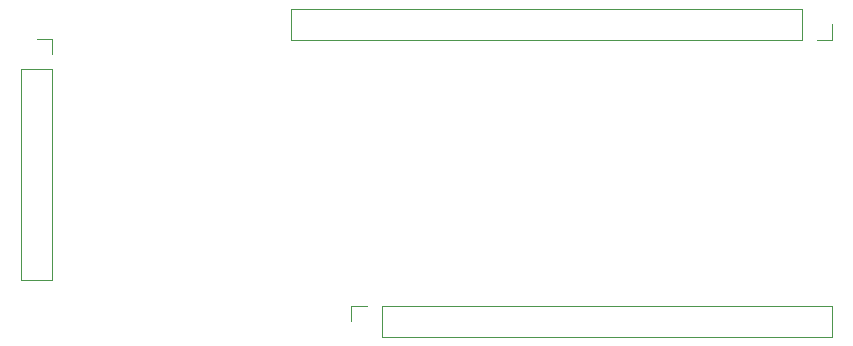
<source format=gbr>
%TF.GenerationSoftware,KiCad,Pcbnew,(5.1.10-1-10_14)*%
%TF.CreationDate,2021-09-25T13:26:57-04:00*%
%TF.ProjectId,RAM,52414d2e-6b69-4636-9164-5f7063625858,rev?*%
%TF.SameCoordinates,Original*%
%TF.FileFunction,Legend,Bot*%
%TF.FilePolarity,Positive*%
%FSLAX46Y46*%
G04 Gerber Fmt 4.6, Leading zero omitted, Abs format (unit mm)*
G04 Created by KiCad (PCBNEW (5.1.10-1-10_14)) date 2021-09-25 13:26:57*
%MOMM*%
%LPD*%
G01*
G04 APERTURE LIST*
%ADD10C,0.120000*%
G04 APERTURE END LIST*
D10*
%TO.C,J3*%
X248606000Y-95190000D02*
X248606000Y-96520000D01*
X249936000Y-95190000D02*
X248606000Y-95190000D01*
X251206000Y-95190000D02*
X251206000Y-97850000D01*
X251206000Y-97850000D02*
X289366000Y-97850000D01*
X251206000Y-95190000D02*
X289366000Y-95190000D01*
X289366000Y-95190000D02*
X289366000Y-97850000D01*
%TO.C,J2*%
X289366000Y-72704000D02*
X289366000Y-71374000D01*
X288036000Y-72704000D02*
X289366000Y-72704000D01*
X286766000Y-72704000D02*
X286766000Y-70044000D01*
X286766000Y-70044000D02*
X243526000Y-70044000D01*
X286766000Y-72704000D02*
X243526000Y-72704000D01*
X243526000Y-72704000D02*
X243526000Y-70044000D01*
%TO.C,J1*%
X223326000Y-72580000D02*
X221996000Y-72580000D01*
X223326000Y-73910000D02*
X223326000Y-72580000D01*
X223326000Y-75180000D02*
X220666000Y-75180000D01*
X220666000Y-75180000D02*
X220666000Y-93020000D01*
X223326000Y-75180000D02*
X223326000Y-93020000D01*
X223326000Y-93020000D02*
X220666000Y-93020000D01*
%TD*%
M02*

</source>
